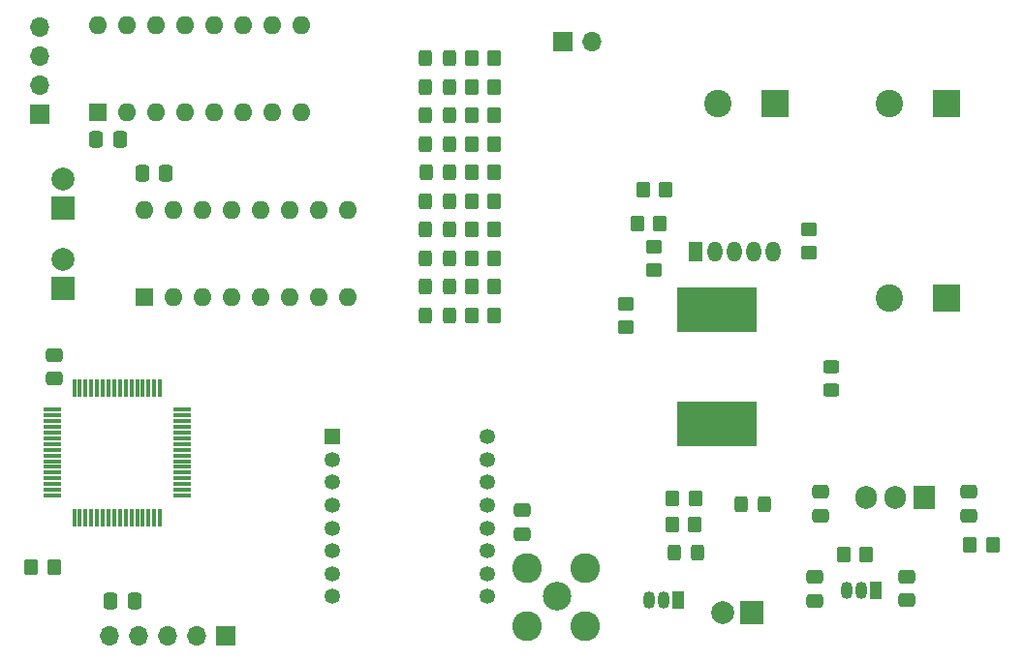
<source format=gbr>
%TF.GenerationSoftware,KiCad,Pcbnew,8.0.3*%
%TF.CreationDate,2024-07-18T08:26:54+01:00*%
%TF.ProjectId,sub,7375622e-6b69-4636-9164-5f7063625858,rev?*%
%TF.SameCoordinates,Original*%
%TF.FileFunction,Soldermask,Top*%
%TF.FilePolarity,Negative*%
%FSLAX46Y46*%
G04 Gerber Fmt 4.6, Leading zero omitted, Abs format (unit mm)*
G04 Created by KiCad (PCBNEW 8.0.3) date 2024-07-18 08:26:54*
%MOMM*%
%LPD*%
G01*
G04 APERTURE LIST*
G04 Aperture macros list*
%AMRoundRect*
0 Rectangle with rounded corners*
0 $1 Rounding radius*
0 $2 $3 $4 $5 $6 $7 $8 $9 X,Y pos of 4 corners*
0 Add a 4 corners polygon primitive as box body*
4,1,4,$2,$3,$4,$5,$6,$7,$8,$9,$2,$3,0*
0 Add four circle primitives for the rounded corners*
1,1,$1+$1,$2,$3*
1,1,$1+$1,$4,$5*
1,1,$1+$1,$6,$7*
1,1,$1+$1,$8,$9*
0 Add four rect primitives between the rounded corners*
20,1,$1+$1,$2,$3,$4,$5,0*
20,1,$1+$1,$4,$5,$6,$7,0*
20,1,$1+$1,$6,$7,$8,$9,0*
20,1,$1+$1,$8,$9,$2,$3,0*%
G04 Aperture macros list end*
%ADD10R,2.400000X2.400000*%
%ADD11C,2.400000*%
%ADD12RoundRect,0.250000X0.325000X0.450000X-0.325000X0.450000X-0.325000X-0.450000X0.325000X-0.450000X0*%
%ADD13R,1.600000X1.600000*%
%ADD14O,1.600000X1.600000*%
%ADD15RoundRect,0.250000X-0.350000X-0.450000X0.350000X-0.450000X0.350000X0.450000X-0.350000X0.450000X0*%
%ADD16RoundRect,0.250000X0.475000X-0.337500X0.475000X0.337500X-0.475000X0.337500X-0.475000X-0.337500X0*%
%ADD17RoundRect,0.250000X-0.450000X0.350000X-0.450000X-0.350000X0.450000X-0.350000X0.450000X0.350000X0*%
%ADD18RoundRect,0.250000X0.337500X0.475000X-0.337500X0.475000X-0.337500X-0.475000X0.337500X-0.475000X0*%
%ADD19C,2.600000*%
%ADD20C,2.500000*%
%ADD21R,1.700000X1.700000*%
%ADD22O,1.700000X1.700000*%
%ADD23RoundRect,0.250000X0.350000X0.450000X-0.350000X0.450000X-0.350000X-0.450000X0.350000X-0.450000X0*%
%ADD24RoundRect,0.250000X-0.337500X-0.475000X0.337500X-0.475000X0.337500X0.475000X-0.337500X0.475000X0*%
%ADD25R,1.275000X1.800000*%
%ADD26O,1.275000X1.800000*%
%ADD27R,2.000000X2.000000*%
%ADD28C,2.000000*%
%ADD29R,1.350000X1.350000*%
%ADD30C,1.350000*%
%ADD31RoundRect,0.075000X0.700000X0.075000X-0.700000X0.075000X-0.700000X-0.075000X0.700000X-0.075000X0*%
%ADD32RoundRect,0.075000X0.075000X0.700000X-0.075000X0.700000X-0.075000X-0.700000X0.075000X-0.700000X0*%
%ADD33R,1.050000X1.500000*%
%ADD34O,1.050000X1.500000*%
%ADD35R,1.905000X2.000000*%
%ADD36O,1.905000X2.000000*%
%ADD37RoundRect,0.250000X-0.325000X-0.450000X0.325000X-0.450000X0.325000X0.450000X-0.325000X0.450000X0*%
%ADD38RoundRect,0.250000X0.450000X-0.325000X0.450000X0.325000X-0.450000X0.325000X-0.450000X-0.325000X0*%
%ADD39RoundRect,0.250000X-0.475000X0.337500X-0.475000X-0.337500X0.475000X-0.337500X0.475000X0.337500X0*%
%ADD40R,7.000000X4.000000*%
G04 APERTURE END LIST*
D10*
%TO.C,C6*%
X146000000Y-70500000D03*
D11*
X141000000Y-70500000D03*
%TD*%
D10*
%TO.C,C5*%
X146000000Y-87500000D03*
D11*
X141000000Y-87500000D03*
%TD*%
D10*
%TO.C,C4*%
X131000000Y-70500000D03*
D11*
X126000000Y-70500000D03*
%TD*%
D12*
%TO.C,D11*%
X102525000Y-69000000D03*
X100475000Y-69000000D03*
%TD*%
D13*
%TO.C,U1*%
X75855000Y-87390000D03*
D14*
X78395000Y-87390000D03*
X80935000Y-87390000D03*
X83475000Y-87390000D03*
X86015000Y-87390000D03*
X88555000Y-87390000D03*
X91095000Y-87390000D03*
X93635000Y-87390000D03*
X93635000Y-79770000D03*
X91095000Y-79770000D03*
X88555000Y-79770000D03*
X86015000Y-79770000D03*
X83475000Y-79770000D03*
X80935000Y-79770000D03*
X78395000Y-79770000D03*
X75855000Y-79770000D03*
%TD*%
D15*
%TO.C,R5*%
X118952271Y-81000000D03*
X120952271Y-81000000D03*
%TD*%
%TO.C,R12*%
X104475000Y-84000000D03*
X106475000Y-84000000D03*
%TD*%
D16*
%TO.C,C12*%
X108892500Y-108130000D03*
X108892500Y-106055000D03*
%TD*%
D15*
%TO.C,R17*%
X104475000Y-89000000D03*
X106475000Y-89000000D03*
%TD*%
D17*
%TO.C,R8*%
X117952271Y-88000000D03*
X117952271Y-90000000D03*
%TD*%
D18*
%TO.C,C9*%
X73742500Y-73590000D03*
X71667500Y-73590000D03*
%TD*%
D15*
%TO.C,R20*%
X104475000Y-69000000D03*
X106475000Y-69000000D03*
%TD*%
D19*
%TO.C,J1*%
X109312500Y-111092500D03*
X109312500Y-116172500D03*
X114392500Y-111092500D03*
X114392500Y-116172500D03*
D20*
X111952500Y-113557500D03*
%TD*%
D15*
%TO.C,R13*%
X104475000Y-81500000D03*
X106475000Y-81500000D03*
%TD*%
D21*
%TO.C,J3*%
X112500000Y-65000000D03*
D22*
X115040000Y-65000000D03*
%TD*%
D16*
%TO.C,C1*%
X142500000Y-113905000D03*
X142500000Y-111830000D03*
%TD*%
D23*
%TO.C,R1*%
X124000000Y-107250000D03*
X122000000Y-107250000D03*
%TD*%
D15*
%TO.C,R9*%
X148040000Y-109080000D03*
X150040000Y-109080000D03*
%TD*%
%TO.C,R21*%
X104475000Y-66500000D03*
X106475000Y-66500000D03*
%TD*%
D12*
%TO.C,D7*%
X102525000Y-79000000D03*
X100475000Y-79000000D03*
%TD*%
%TO.C,D10*%
X102525000Y-71500000D03*
X100475000Y-71500000D03*
%TD*%
D24*
%TO.C,C2*%
X72925000Y-114000000D03*
X75000000Y-114000000D03*
%TD*%
D25*
%TO.C,U5*%
X124052271Y-83445000D03*
D26*
X125752271Y-83445000D03*
X127452271Y-83445000D03*
X129152271Y-83445000D03*
X130852271Y-83445000D03*
%TD*%
D21*
%TO.C,M3*%
X66705000Y-71410000D03*
D22*
X66705000Y-68870000D03*
X66705000Y-66330000D03*
X66705000Y-63790000D03*
%TD*%
D23*
%TO.C,R11*%
X124040000Y-105000000D03*
X122040000Y-105000000D03*
%TD*%
D15*
%TO.C,R19*%
X104475000Y-71500000D03*
X106475000Y-71500000D03*
%TD*%
D21*
%TO.C,J2*%
X83000000Y-117000000D03*
D22*
X80460000Y-117000000D03*
X77920000Y-117000000D03*
X75380000Y-117000000D03*
X72840000Y-117000000D03*
%TD*%
D15*
%TO.C,R16*%
X104475000Y-86500000D03*
X106475000Y-86500000D03*
%TD*%
%TO.C,R18*%
X104475000Y-74000000D03*
X106475000Y-74000000D03*
%TD*%
D27*
%TO.C,M2*%
X68730000Y-86630000D03*
D28*
X68730000Y-84090000D03*
%TD*%
D29*
%TO.C,U4*%
X92292500Y-99592500D03*
D30*
X92292500Y-101592500D03*
X92292500Y-103592500D03*
X92292500Y-105592500D03*
X92292500Y-107592500D03*
X92292500Y-109592500D03*
X92292500Y-111592500D03*
X92292500Y-113592500D03*
X105892500Y-113592500D03*
X105892500Y-111592500D03*
X105892500Y-109592500D03*
X105892500Y-107592500D03*
X105892500Y-105592500D03*
X105892500Y-103592500D03*
X105892500Y-101592500D03*
X105892500Y-99592500D03*
%TD*%
D12*
%TO.C,D4*%
X102525000Y-86500000D03*
X100475000Y-86500000D03*
%TD*%
D31*
%TO.C,U2*%
X79175000Y-104750000D03*
X79175000Y-104250000D03*
X79175000Y-103750000D03*
X79175000Y-103250000D03*
X79175000Y-102750000D03*
X79175000Y-102250000D03*
X79175000Y-101750000D03*
X79175000Y-101250000D03*
X79175000Y-100750000D03*
X79175000Y-100250000D03*
X79175000Y-99750000D03*
X79175000Y-99250000D03*
X79175000Y-98750000D03*
X79175000Y-98250000D03*
X79175000Y-97750000D03*
X79175000Y-97250000D03*
D32*
X77250000Y-95325000D03*
X76750000Y-95325000D03*
X76250000Y-95325000D03*
X75750000Y-95325000D03*
X75250000Y-95325000D03*
X74750000Y-95325000D03*
X74250000Y-95325000D03*
X73750000Y-95325000D03*
X73250000Y-95325000D03*
X72750000Y-95325000D03*
X72250000Y-95325000D03*
X71750000Y-95325000D03*
X71250000Y-95325000D03*
X70750000Y-95325000D03*
X70250000Y-95325000D03*
X69750000Y-95325000D03*
D31*
X67825000Y-97250000D03*
X67825000Y-97750000D03*
X67825000Y-98250000D03*
X67825000Y-98750000D03*
X67825000Y-99250000D03*
X67825000Y-99750000D03*
X67825000Y-100250000D03*
X67825000Y-100750000D03*
X67825000Y-101250000D03*
X67825000Y-101750000D03*
X67825000Y-102250000D03*
X67825000Y-102750000D03*
X67825000Y-103250000D03*
X67825000Y-103750000D03*
X67825000Y-104250000D03*
X67825000Y-104750000D03*
D32*
X69750000Y-106675000D03*
X70250000Y-106675000D03*
X70750000Y-106675000D03*
X71250000Y-106675000D03*
X71750000Y-106675000D03*
X72250000Y-106675000D03*
X72750000Y-106675000D03*
X73250000Y-106675000D03*
X73750000Y-106675000D03*
X74250000Y-106675000D03*
X74750000Y-106675000D03*
X75250000Y-106675000D03*
X75750000Y-106675000D03*
X76250000Y-106675000D03*
X76750000Y-106675000D03*
X77250000Y-106675000D03*
%TD*%
D15*
%TO.C,R14*%
X104475000Y-79000000D03*
X106475000Y-79000000D03*
%TD*%
D12*
%TO.C,D3*%
X102525000Y-89000000D03*
X100475000Y-89000000D03*
%TD*%
D33*
%TO.C,U6*%
X139770000Y-113045000D03*
D34*
X138500000Y-113045000D03*
X137230000Y-113045000D03*
%TD*%
D16*
%TO.C,C8*%
X147960000Y-106497500D03*
X147960000Y-104422500D03*
%TD*%
D35*
%TO.C,U7*%
X144040000Y-104960000D03*
D36*
X141500000Y-104960000D03*
X138960000Y-104960000D03*
%TD*%
D12*
%TO.C,D5*%
X102525000Y-84000000D03*
X100475000Y-84000000D03*
%TD*%
D23*
%TO.C,R7*%
X121452271Y-78000000D03*
X119452271Y-78000000D03*
%TD*%
D37*
%TO.C,D13*%
X122200000Y-109750000D03*
X124250000Y-109750000D03*
%TD*%
D16*
%TO.C,C3*%
X134500000Y-113942500D03*
X134500000Y-111867500D03*
%TD*%
D33*
%TO.C,Q1*%
X122520000Y-113890000D03*
D34*
X121250000Y-113890000D03*
X119980000Y-113890000D03*
%TD*%
D12*
%TO.C,D8*%
X102550000Y-76500000D03*
X100500000Y-76500000D03*
%TD*%
D16*
%TO.C,C7*%
X134960000Y-106497500D03*
X134960000Y-104422500D03*
%TD*%
D13*
%TO.C,U3*%
X71830000Y-71210000D03*
D14*
X74370000Y-71210000D03*
X76910000Y-71210000D03*
X79450000Y-71210000D03*
X81990000Y-71210000D03*
X84530000Y-71210000D03*
X87070000Y-71210000D03*
X89610000Y-71210000D03*
X89610000Y-63590000D03*
X87070000Y-63590000D03*
X84530000Y-63590000D03*
X81990000Y-63590000D03*
X79450000Y-63590000D03*
X76910000Y-63590000D03*
X74370000Y-63590000D03*
X71830000Y-63590000D03*
%TD*%
D38*
%TO.C,D1*%
X135952271Y-95550000D03*
X135952271Y-93500000D03*
%TD*%
D27*
%TO.C,L1*%
X129000000Y-115000000D03*
D28*
X126460000Y-115000000D03*
%TD*%
D23*
%TO.C,R2*%
X68000000Y-111000000D03*
X66000000Y-111000000D03*
%TD*%
D12*
%TO.C,D12*%
X102525000Y-66500000D03*
X100475000Y-66500000D03*
%TD*%
D15*
%TO.C,R10*%
X137000000Y-109905000D03*
X139000000Y-109905000D03*
%TD*%
D12*
%TO.C,D6*%
X102525000Y-81500000D03*
X100475000Y-81500000D03*
%TD*%
D17*
%TO.C,R4*%
X120452271Y-83000000D03*
X120452271Y-85000000D03*
%TD*%
D39*
%TO.C,C11*%
X68000000Y-92462500D03*
X68000000Y-94537500D03*
%TD*%
D27*
%TO.C,M1*%
X68730000Y-79630000D03*
D28*
X68730000Y-77090000D03*
%TD*%
D40*
%TO.C,L2*%
X125952271Y-88500000D03*
X125952271Y-98500000D03*
%TD*%
D37*
%TO.C,D2*%
X128040000Y-105500000D03*
X130090000Y-105500000D03*
%TD*%
D12*
%TO.C,D9*%
X102525000Y-74040000D03*
X100475000Y-74040000D03*
%TD*%
D17*
%TO.C,R6*%
X133952271Y-81500000D03*
X133952271Y-83500000D03*
%TD*%
D15*
%TO.C,R15*%
X104475000Y-76500000D03*
X106475000Y-76500000D03*
%TD*%
D18*
%TO.C,C10*%
X77767500Y-76590000D03*
X75692500Y-76590000D03*
%TD*%
M02*

</source>
